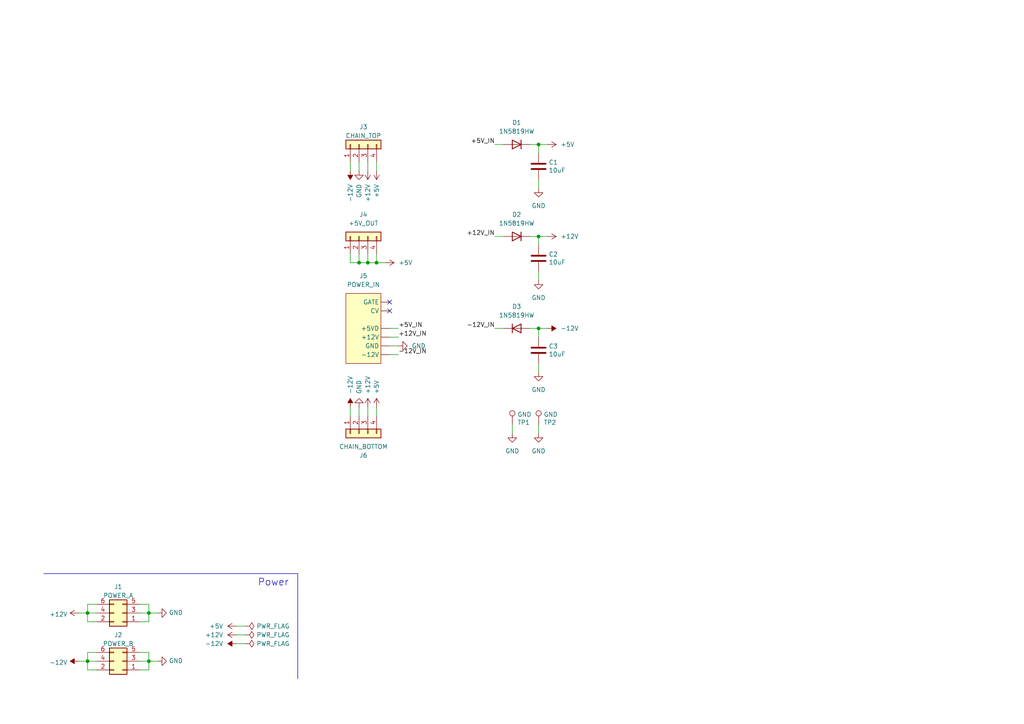
<source format=kicad_sch>
(kicad_sch (version 20230121) (generator eeschema)
  (paper "A4")
  (lib_symbols
    (symbol "Connector:TestPoint" (pin_numbers hide) (pin_names (offset 0.762) hide)
      (property "Reference" "TP" (at 0 6.858 0))
      (property "Value" "TestPoint" (at 0 5.08 0))
      (symbol "TestPoint_0_1"
        (circle (center 0 3.302) (radius 0.762))
      )
      (symbol "TestPoint_1_1"
        (pin passive line (at 0 0 90) (length 2.54) (name "1") (number "1"))
      )
    )
    (symbol "Connector_Generic:Conn_01x04" (pin_names (offset 1.016) hide)
      (property "Reference" "J" (at 0 5.08 0))
      (property "Value" "Conn_01x04" (at 0 -7.62 0))
      (symbol "Conn_01x04_1_1"
        (rectangle (start -1.27 -4.953) (end 0 -5.207) (stroke (width 0.1524)))
        (rectangle (start -1.27 -2.413) (end 0 -2.667) (stroke (width 0.1524)))
        (rectangle (start -1.27 0.127) (end 0 -0.127) (stroke (width 0.1524)))
        (rectangle (start -1.27 2.667) (end 0 2.413) (stroke (width 0.1524)))
        (rectangle (start -1.27 3.81) (end 1.27 -6.35) (stroke (width 0.254)) (fill (type background)))
        (pin passive line (at -5.08 2.54 0) (length 3.81) (name "Pin_1") (number "1"))
        (pin passive line (at -5.08 0 0) (length 3.81) (name "Pin_2") (number "2"))
        (pin passive line (at -5.08 -2.54 0) (length 3.81) (name "Pin_3") (number "3"))
        (pin passive line (at -5.08 -5.08 0) (length 3.81) (name "Pin_4") (number "4"))
      )
    )
    (symbol "Connector_Generic:Conn_02x03_Odd_Even" (pin_names (offset 1.016) hide)
      (property "Reference" "J" (at 1.27 5.08 0))
      (property "Value" "Conn_02x03_Odd_Even" (at 1.27 -5.08 0))
      (symbol "Conn_02x03_Odd_Even_1_1"
        (rectangle (start -1.27 -2.413) (end 0 -2.667) (stroke (width 0.1524)))
        (rectangle (start -1.27 0.127) (end 0 -0.127) (stroke (width 0.1524)))
        (rectangle (start -1.27 2.667) (end 0 2.413) (stroke (width 0.1524)))
        (rectangle (start -1.27 3.81) (end 3.81 -3.81) (stroke (width 0.254)) (fill (type background)))
        (rectangle (start 3.81 -2.413) (end 2.54 -2.667) (stroke (width 0.1524)))
        (rectangle (start 3.81 0.127) (end 2.54 -0.127) (stroke (width 0.1524)))
        (rectangle (start 3.81 2.667) (end 2.54 2.413) (stroke (width 0.1524)))
        (pin passive line (at -5.08 2.54 0) (length 3.81) (name "Pin_1") (number "1"))
        (pin passive line (at 7.62 2.54 180) (length 3.81) (name "Pin_2") (number "2"))
        (pin passive line (at -5.08 0 0) (length 3.81) (name "Pin_3") (number "3"))
        (pin passive line (at 7.62 0 180) (length 3.81) (name "Pin_4") (number "4"))
        (pin passive line (at -5.08 -2.54 0) (length 3.81) (name "Pin_5") (number "5"))
        (pin passive line (at 7.62 -2.54 180) (length 3.81) (name "Pin_6") (number "6"))
      )
    )
    (symbol "Device:C" (pin_numbers hide) (pin_names (offset 0.254))
      (property "Reference" "C" (at 0.635 2.54 0))
      (property "Value" "C" (at 0.635 -2.54 0))
      (symbol "C_0_1"
        (polyline (pts (xy -2.032 -0.762) (xy 2.032 -0.762)) (stroke (width 0.508)))
        (polyline (pts (xy -2.032 0.762) (xy 2.032 0.762)) (stroke (width 0.508)))
      )
      (symbol "C_1_1"
        (pin passive line (at 0 3.81 270) (length 2.794) (name "~") (number "1"))
        (pin passive line (at 0 -3.81 90) (length 2.794) (name "~") (number "2"))
      )
    )
    (symbol "Device:D" (pin_numbers hide) (pin_names (offset 1.016) hide)
      (property "Reference" "D" (at 0 2.54 0))
      (property "Value" "D" (at 0 -2.54 0))
      (symbol "D_0_1"
        (polyline (pts (xy -1.27 1.27) (xy -1.27 -1.27)) (stroke (width 0.254)))
        (polyline (pts (xy 1.27 0) (xy -1.27 0)))
        (polyline (pts (xy 1.27 1.27) (xy 1.27 -1.27) (xy -1.27 0) (xy 1.27 1.27)) (stroke (width 0.254)))
      )
      (symbol "D_1_1"
        (pin passive line (at -3.81 0 0) (length 2.54) (name "K") (number "1"))
        (pin passive line (at 3.81 0 180) (length 2.54) (name "A") (number "2"))
      )
    )
    (symbol "Protorack:Eurorack_Power_Header" (pin_numbers hide)
      (property "Reference" "J" (at 0 15.24 0))
      (property "Value" "Eurorack_Power_Header" (at 0 12.7 0))
      (symbol "Eurorack_Power_Header_0_1"
        (rectangle (start -5.08 10.16) (end 5.08 -10.16) (stroke (width 0.1524)) (fill (type background)))
      )
      (symbol "Eurorack_Power_Header_1_1"
        (pin power_out line (at 7.62 -2.54 180) (length 2.54) (name "+12V") (number "+12V"))
        (pin power_out line (at 7.62 0 180) (length 2.54) (name "+5VD") (number "+5VD"))
        (pin power_out line (at 7.62 -7.62 180) (length 2.54) (name "-12V") (number "-12V"))
        (pin output line (at 7.62 5.08 180) (length 2.54) (name "CV") (number "CV"))
        (pin output line (at 7.62 7.62 180) (length 2.54) (name "GATE") (number "GATE"))
        (pin power_out line (at 7.62 -5.08 180) (length 2.54) (name "GND") (number "GND"))
      )
    )
    (symbol "power:+12V" (power) (pin_names (offset 0))
      (property "Value" "+12V" (at 0 3.556 0))
      (symbol "+12V_0_1"
        (polyline (pts (xy -0.762 1.27) (xy 0 2.54)))
        (polyline (pts (xy 0 0) (xy 0 2.54)))
        (polyline (pts (xy 0 2.54) (xy 0.762 1.27)))
      )
      (symbol "+12V_1_1"
        (pin power_in line (at 0 0 90) (length 0) hide (name "+12V") (number "1"))
      )
    )
    (symbol "power:+5V" (power) (pin_names (offset 0))
      (property "Value" "+5V" (at 0 3.556 0))
      (symbol "+5V_0_1"
        (polyline (pts (xy -0.762 1.27) (xy 0 2.54)))
        (polyline (pts (xy 0 0) (xy 0 2.54)))
        (polyline (pts (xy 0 2.54) (xy 0.762 1.27)))
      )
      (symbol "+5V_1_1"
        (pin power_in line (at 0 0 90) (length 0) hide (name "+5V") (number "1"))
      )
    )
    (symbol "power:-12V" (power) (pin_names (offset 0))
      (property "Value" "-12V" (at 0 3.81 0))
      (symbol "-12V_0_0"
        (pin power_in line (at 0 0 90) (length 0) hide (name "-12V") (number "1"))
      )
      (symbol "-12V_0_1"
        (polyline (pts (xy 0 0) (xy 0 1.27) (xy 0.762 1.27) (xy 0 2.54) (xy -0.762 1.27) (xy 0 1.27)) (fill (type outline)))
      )
    )
    (symbol "power:GND" (power) (pin_names (offset 0))
      (property "Value" "GND" (at 0 -3.81 0))
      (symbol "GND_0_1"
        (polyline (pts (xy 0 0) (xy 0 -1.27) (xy 1.27 -1.27) (xy 0 -2.54) (xy -1.27 -1.27) (xy 0 -1.27)))
      )
      (symbol "GND_1_1"
        (pin power_in line (at 0 0 270) (length 0) hide (name "GND") (number "1"))
      )
    )
    (symbol "power:PWR_FLAG" (power) (pin_numbers hide) (pin_names (offset 0) hide)
      (property "Value" "PWR_FLAG" (at 0 3.81 0))
      (symbol "PWR_FLAG_0_0"
        (pin power_out line (at 0 0 90) (length 0) (name "pwr") (number "1"))
      )
      (symbol "PWR_FLAG_0_1"
        (polyline (pts (xy 0 0) (xy 0 1.27) (xy -1.016 1.905) (xy 0 2.54) (xy 1.016 1.905) (xy 0 1.27)))
      )
    )
  )
  (junction (at 104.14 76.2))
  (junction (at 156.21 95.25))
  (junction (at 106.68 76.2))
  (junction (at 25.4 191.77))
  (junction (at 43.18 191.77))
  (junction (at 109.22 76.2))
  (junction (at 156.21 68.58))
  (junction (at 25.4 177.8))
  (junction (at 43.18 177.8))
  (junction (at 156.21 41.91))
  (no_connect (at 113.03 87.63))
  (no_connect (at 113.03 90.17))
  (wire (pts (xy 153.67 68.58) (xy 156.21 68.58)))
  (wire (pts (xy 143.51 95.25) (xy 146.05 95.25)))
  (wire (pts (xy 25.4 189.23) (xy 27.94 189.23)))
  (wire (pts (xy 113.03 100.33) (xy 115.57 100.33)))
  (wire (pts (xy 25.4 191.77) (xy 25.4 194.31)))
  (wire (pts (xy 104.14 76.2) (xy 104.14 73.66)))
  (wire (pts (xy 43.18 177.8) (xy 43.18 175.26)))
  (wire (pts (xy 156.21 95.25) (xy 156.21 97.79)))
  (wire (pts (xy 113.03 95.25) (xy 115.57 95.25)))
  (wire (pts (xy 43.18 191.77) (xy 43.18 189.23)))
  (wire (pts (xy 101.6 76.2) (xy 104.14 76.2)))
  (wire (pts (xy 113.03 102.87) (xy 115.57 102.87)))
  (wire (pts (xy 45.72 191.77) (xy 43.18 191.77)))
  (wire (pts (xy 22.86 177.8) (xy 25.4 177.8)))
  (wire (pts (xy 156.21 81.28) (xy 156.21 78.74)))
  (wire (pts (xy 153.67 95.25) (xy 156.21 95.25)))
  (wire (pts (xy 40.64 191.77) (xy 43.18 191.77)))
  (wire (pts (xy 68.58 186.69) (xy 71.12 186.69)))
  (wire (pts (xy 27.94 180.34) (xy 25.4 180.34)))
  (wire (pts (xy 156.21 68.58) (xy 156.21 71.12)))
  (wire (pts (xy 106.68 76.2) (xy 109.22 76.2)))
  (wire (pts (xy 113.03 97.79) (xy 115.57 97.79)))
  (wire (pts (xy 148.59 123.19) (xy 148.59 125.73)))
  (wire (pts (xy 101.6 73.66) (xy 101.6 76.2)))
  (wire (pts (xy 111.76 76.2) (xy 109.22 76.2)))
  (polyline (pts (xy 86.36 166.37) (xy 12.7 166.37)))
  (wire (pts (xy 25.4 191.77) (xy 25.4 189.23)))
  (wire (pts (xy 156.21 54.61) (xy 156.21 52.07)))
  (wire (pts (xy 106.68 118.11) (xy 106.68 120.65)))
  (wire (pts (xy 40.64 194.31) (xy 43.18 194.31)))
  (wire (pts (xy 153.67 41.91) (xy 156.21 41.91)))
  (wire (pts (xy 68.58 181.61) (xy 71.12 181.61)))
  (polyline (pts (xy 86.36 196.85) (xy 86.36 166.37)))
  (wire (pts (xy 109.22 76.2) (xy 109.22 73.66)))
  (wire (pts (xy 109.22 118.11) (xy 109.22 120.65)))
  (wire (pts (xy 25.4 175.26) (xy 27.94 175.26)))
  (wire (pts (xy 43.18 189.23) (xy 40.64 189.23)))
  (wire (pts (xy 104.14 118.11) (xy 104.14 120.65)))
  (wire (pts (xy 109.22 46.99) (xy 109.22 49.53)))
  (wire (pts (xy 25.4 177.8) (xy 25.4 175.26)))
  (wire (pts (xy 143.51 41.91) (xy 146.05 41.91)))
  (wire (pts (xy 104.14 46.99) (xy 104.14 49.53)))
  (wire (pts (xy 101.6 46.99) (xy 101.6 49.53)))
  (wire (pts (xy 143.51 68.58) (xy 146.05 68.58)))
  (wire (pts (xy 68.58 184.15) (xy 71.12 184.15)))
  (wire (pts (xy 43.18 177.8) (xy 43.18 180.34)))
  (wire (pts (xy 156.21 95.25) (xy 158.75 95.25)))
  (wire (pts (xy 156.21 41.91) (xy 158.75 41.91)))
  (wire (pts (xy 106.68 46.99) (xy 106.68 49.53)))
  (wire (pts (xy 156.21 107.95) (xy 156.21 105.41)))
  (wire (pts (xy 27.94 177.8) (xy 25.4 177.8)))
  (wire (pts (xy 25.4 194.31) (xy 27.94 194.31)))
  (wire (pts (xy 43.18 177.8) (xy 40.64 177.8)))
  (wire (pts (xy 156.21 123.19) (xy 156.21 125.73)))
  (wire (pts (xy 156.21 41.91) (xy 156.21 44.45)))
  (wire (pts (xy 101.6 118.11) (xy 101.6 120.65)))
  (wire (pts (xy 45.72 177.8) (xy 43.18 177.8)))
  (wire (pts (xy 25.4 180.34) (xy 25.4 177.8)))
  (wire (pts (xy 106.68 76.2) (xy 106.68 73.66)))
  (wire (pts (xy 22.86 191.77) (xy 25.4 191.77)))
  (wire (pts (xy 43.18 175.26) (xy 40.64 175.26)))
  (wire (pts (xy 43.18 180.34) (xy 40.64 180.34)))
  (wire (pts (xy 43.18 194.31) (xy 43.18 191.77)))
  (wire (pts (xy 104.14 76.2) (xy 106.68 76.2)))
  (wire (pts (xy 27.94 191.77) (xy 25.4 191.77)))
  (wire (pts (xy 156.21 68.58) (xy 158.75 68.58)))
  (text "Power" (at 83.82 170.18 0) (effects (font (size 2.0066 2.0066)) (justify right bottom)))
  (label "+5V_IN" (at 143.51 41.91 180))
  (label "-12V_IN" (at 115.57 102.87 0))
  (label "-12V_IN" (at 143.51 95.25 180))
  (label "+12V_IN" (at 143.51 68.58 180))
  (label "+5V_IN" (at 115.57 95.25 0))
  (label "+12V_IN" (at 115.57 97.79 0))
  (symbol (lib_id "power:+12V") (at 22.86 177.8 90) (mirror x) (unit 1)
    (property "Reference" "#PWR01" (effects hide))
    (property "Value" "+12V" (at 19.6088 178.181 90) (effects (justify left)))
  )
  (symbol (lib_id "power:-12V") (at 22.86 191.77 90) (mirror x) (unit 1)
    (property "Reference" "#PWR02" (effects hide))
    (property "Value" "-12V" (at 19.6088 192.151 90) (effects (justify left)))
  )
  (symbol (lib_id "power:GND") (at 45.72 177.8 90) (unit 1)
    (property "Reference" "#PWR03" (effects hide))
    (property "Value" "GND" (at 48.9712 177.673 90) (effects (justify right)))
  )
  (symbol (lib_id "power:GND") (at 45.72 191.77 90) (unit 1)
    (property "Reference" "#PWR04" (effects hide))
    (property "Value" "GND" (at 48.9712 191.643 90) (effects (justify right)))
  )
  (symbol (lib_id "power:+12V") (at 68.58 184.15 90) (unit 1)
    (property "Reference" "#PWR05" (effects hide))
    (property "Value" "+12V" (at 64.77 184.15 90) (effects (justify left)))
  )
  (symbol (lib_id "power:-12V") (at 68.58 186.69 90) (mirror x) (unit 1)
    (property "Reference" "#PWR07" (effects hide))
    (property "Value" "-12V" (at 64.77 186.69 90) (effects (justify left)))
  )
  (symbol (lib_id "power:PWR_FLAG") (at 71.12 181.61 270) (unit 1)
    (property "Reference" "#FLG01" (effects hide))
    (property "Value" "PWR_FLAG" (at 74.3712 181.61 90) (effects (justify left)))
  )
  (symbol (lib_id "power:PWR_FLAG") (at 71.12 184.15 270) (unit 1)
    (property "Reference" "#FLG02" (effects hide))
    (property "Value" "PWR_FLAG" (at 74.3712 184.15 90) (effects (justify left)))
  )
  (symbol (lib_id "power:PWR_FLAG") (at 71.12 186.69 270) (unit 1)
    (property "Reference" "#FLG03" (effects hide))
    (property "Value" "PWR_FLAG" (at 74.3712 186.69 90) (effects (justify left)))
  )
  (symbol (lib_id "power:GND") (at 115.57 100.33 90) (unit 1)
    (property "Reference" "#PWR017" (effects hide))
    (property "Value" "GND" (at 119.38 100.33 90) (effects (justify right)))
  )
  (symbol (lib_id "power:+12V") (at 158.75 68.58 270) (unit 1)
    (property "Reference" "#PWR024" (effects hide))
    (property "Value" "+12V" (at 162.56 68.58 90) (effects (justify left)))
  )
  (symbol (lib_id "power:-12V") (at 158.75 95.25 270) (unit 1)
    (property "Reference" "#PWR025" (effects hide))
    (property "Value" "-12V" (at 162.56 95.25 90) (effects (justify left)))
  )
  (symbol (lib_id "power:+5V") (at 158.75 41.91 270) (unit 1)
    (property "Reference" "#PWR023" (effects hide))
    (property "Value" "+5V" (at 162.56 41.91 90) (effects (justify left)))
  )
  (symbol (lib_id "Device:D") (at 149.86 41.91 180) (unit 1)
    (property "Reference" "D1" (at 149.86 35.56 0))
    (property "Value" "1N5819HW" (at 149.86 38.1 0))
    (property "Footprint" "Diode_SMD:D_SOD-123" (effects hide))
    (property "Sim.Device" "D" (effects hide))
    (property "Sim.Pins" "1=K 2=A" (effects hide))
  )
  (symbol (lib_id "Device:C") (at 156.21 48.26 0) (unit 1)
    (property "Reference" "C1" (at 159.131 47.0916 0) (effects (justify left)))
    (property "Value" "10uF" (at 159.131 49.403 0) (effects (justify left)))
    (property "Footprint" "Capacitor_SMD:C_1206_3216Metric_Pad1.33x1.80mm_HandSolder" (effects hide))
  )
  (symbol (lib_id "power:GND") (at 156.21 54.61 0) (unit 1)
    (property "Reference" "#PWR019" (effects hide))
    (property "Value" "GND" (at 156.21 59.69 0))
  )
  (symbol (lib_id "Device:D") (at 149.86 68.58 180) (unit 1)
    (property "Reference" "D2" (at 149.86 62.23 0))
    (property "Value" "1N5819HW" (at 149.86 64.77 0))
    (property "Footprint" "Diode_SMD:D_SOD-123" (effects hide))
    (property "Sim.Device" "D" (effects hide))
    (property "Sim.Pins" "1=K 2=A" (effects hide))
  )
  (symbol (lib_id "Device:C") (at 156.21 74.93 0) (unit 1)
    (property "Reference" "C2" (at 159.131 73.7616 0) (effects (justify left)))
    (property "Value" "10uF" (at 159.131 76.073 0) (effects (justify left)))
    (property "Footprint" "Capacitor_SMD:C_1206_3216Metric_Pad1.33x1.80mm_HandSolder" (effects hide))
  )
  (symbol (lib_id "power:GND") (at 156.21 81.28 0) (unit 1)
    (property "Reference" "#PWR020" (effects hide))
    (property "Value" "GND" (at 156.21 86.36 0))
  )
  (symbol (lib_id "Device:D") (at 149.86 95.25 0) (mirror x) (unit 1)
    (property "Reference" "D3" (at 149.86 88.9 0))
    (property "Value" "1N5819HW" (at 149.86 91.44 0))
    (property "Footprint" "Diode_SMD:D_SOD-123" (effects hide))
    (property "Sim.Device" "D" (effects hide))
    (property "Sim.Pins" "1=K 2=A" (effects hide))
  )
  (symbol (lib_id "Device:C") (at 156.21 101.6 0) (unit 1)
    (property "Reference" "C3" (at 159.131 100.4316 0) (effects (justify left)))
    (property "Value" "10uF" (at 159.131 102.743 0) (effects (justify left)))
    (property "Footprint" "Capacitor_SMD:C_1206_3216Metric_Pad1.33x1.80mm_HandSolder" (effects hide))
  )
  (symbol (lib_id "power:GND") (at 156.21 107.95 0) (unit 1)
    (property "Reference" "#PWR021" (effects hide))
    (property "Value" "GND" (at 156.21 113.03 0))
  )
  (symbol (lib_id "Connector_Generic:Conn_01x04") (at 104.14 68.58 90) (unit 1)
    (property "Reference" "J4" (at 105.41 62.23 90))
    (property "Value" "+5V_OUT" (at 105.41 64.77 90))
    (property "Footprint" "Connector_PinSocket_2.54mm:PinSocket_1x04_P2.54mm_Vertical" (effects hide))
  )
  (symbol (lib_id "power:+5V") (at 111.76 76.2 270) (mirror x) (unit 1)
    (property "Reference" "#PWR016" (effects hide))
    (property "Value" "+5V" (at 115.57 76.2 90) (effects (justify left)))
  )
  (symbol (lib_id "Connector_Generic:Conn_01x04") (at 104.14 125.73 90) (mirror x) (unit 1)
    (property "Reference" "J6" (at 105.41 132.08 90))
    (property "Value" "CHAIN_BOTTOM" (at 105.41 129.54 90))
    (property "Footprint" "Connector_PinSocket_2.54mm:PinSocket_1x04_P2.54mm_Horizontal" (effects hide))
  )
  (symbol (lib_id "Connector_Generic:Conn_01x04") (at 104.14 41.91 90) (unit 1)
    (property "Reference" "J3" (at 105.41 36.83 90))
    (property "Value" "CHAIN_TOP" (at 105.41 39.37 90))
    (property "Footprint" "Connector_PinHeader_2.54mm:PinHeader_1x04_P2.54mm_Horizontal" (effects hide))
  )
  (symbol (lib_id "power:+5V") (at 109.22 49.53 180) (unit 1)
    (property "Reference" "#PWR014" (effects hide))
    (property "Value" "+5V" (at 109.22 53.34 90) (effects (justify left)))
  )
  (symbol (lib_id "power:+12V") (at 106.68 49.53 180) (unit 1)
    (property "Reference" "#PWR012" (effects hide))
    (property "Value" "+12V" (at 106.68 53.34 90) (effects (justify left)))
  )
  (symbol (lib_id "power:-12V") (at 101.6 49.53 180) (unit 1)
    (property "Reference" "#PWR08" (effects hide))
    (property "Value" "-12V" (at 101.6 53.34 90) (effects (justify left)))
  )
  (symbol (lib_id "power:GND") (at 104.14 49.53 0) (unit 1)
    (property "Reference" "#PWR010" (effects hide))
    (property "Value" "GND" (at 104.14 53.34 90) (effects (justify right)))
  )
  (symbol (lib_id "power:+5V") (at 109.22 118.11 0) (mirror y) (unit 1)
    (property "Reference" "#PWR015" (effects hide))
    (property "Value" "+5V" (at 109.22 114.3 90) (effects (justify left)))
  )
  (symbol (lib_id "power:+12V") (at 106.68 118.11 0) (mirror y) (unit 1)
    (property "Reference" "#PWR013" (effects hide))
    (property "Value" "+12V" (at 106.68 114.3 90) (effects (justify left)))
  )
  (symbol (lib_id "power:-12V") (at 101.6 118.11 0) (mirror y) (unit 1)
    (property "Reference" "#PWR09" (effects hide))
    (property "Value" "-12V" (at 101.6 114.3 90) (effects (justify left)))
  )
  (symbol (lib_id "power:GND") (at 104.14 118.11 0) (mirror x) (unit 1)
    (property "Reference" "#PWR011" (effects hide))
    (property "Value" "GND" (at 104.14 114.3 90) (effects (justify right)))
  )
  (symbol (lib_id "Connector_Generic:Conn_02x03_Odd_Even") (at 35.56 177.8 180) (unit 1)
    (property "Reference" "J1" (at 34.29 170.18 0))
    (property "Value" "POWER_A" (at 34.29 172.72 0))
    (property "Footprint" "Connector_PinHeader_2.54mm:PinHeader_2x03_P2.54mm_Vertical" (effects hide))
  )
  (symbol (lib_id "Connector_Generic:Conn_02x03_Odd_Even") (at 35.56 191.77 180) (unit 1)
    (property "Reference" "J2" (at 34.29 184.15 0))
    (property "Value" "POWER_B" (at 34.29 186.69 0))
    (property "Footprint" "Connector_PinHeader_2.54mm:PinHeader_2x03_P2.54mm_Vertical" (effects hide))
  )
  (symbol (lib_id "Connector:TestPoint") (at 148.59 123.19 0) (mirror y) (unit 1)
    (property "Reference" "TP1" (at 150.0632 122.5296 0) (effects (justify right)))
    (property "Value" "GND" (at 150.0632 120.2182 0) (effects (justify right)))
    (property "Footprint" "TestPoint:TestPoint_THTPad_D1.5mm_Drill0.7mm" (effects hide))
  )
  (symbol (lib_id "Connector:TestPoint") (at 156.21 123.19 0) (mirror y) (unit 1)
    (property "Reference" "TP2" (at 157.6832 122.5296 0) (effects (justify right)))
    (property "Value" "GND" (at 157.6832 120.2182 0) (effects (justify right)))
    (property "Footprint" "TestPoint:TestPoint_THTPad_D1.5mm_Drill0.7mm" (effects hide))
  )
  (symbol (lib_id "power:+5V") (at 68.58 181.61 90) (unit 1)
    (property "Reference" "#PWR06" (effects hide))
    (property "Value" "+5V" (at 64.77 181.61 90) (effects (justify left)))
  )
  (symbol (lib_id "Protorack:Eurorack_Power_Header") (at 105.41 95.25 0) (unit 1)
    (property "Reference" "J5" (at 105.41 80.01 0))
    (property "Value" "POWER_IN" (at 105.41 82.55 0))
    (property "Footprint" "Protorack:Eurorack_Power_Header_2x08_THT" (effects hide))
  )
  (symbol (lib_id "power:GND") (at 156.21 125.73 0) (unit 1)
    (property "Reference" "#PWR022" (effects hide))
    (property "Value" "GND" (at 156.21 130.81 0))
  )
  (symbol (lib_id "power:GND") (at 148.59 125.73 0) (unit 1)
    (property "Reference" "#PWR018" (effects hide))
    (property "Value" "GND" (at 148.59 130.81 0))
  )
)
</source>
